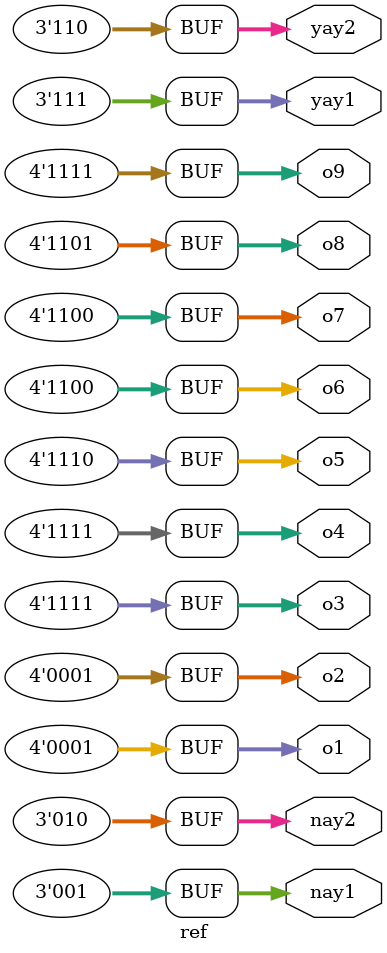
<source format=v>
module ref(o1, o2, o3, o4, o5, o6, o7, o8, o9, yay1, nay1, yay2, nay2);
	output wire [3:0] o1, o2, o3, o4, o5, o6, o7, o8, o9;
	assign o1 = 4'b0001;
	assign o2 = 4'b0001;
	assign o3 = 4'b1111;
	assign o4 = 4'b1111;
	assign o5 = 4'b1110;
	assign o6 = 4'b1100;
	assign o7 = 4'b1100;
	assign o8 = 4'b1101;
	assign o9 = 4'b1111;
	output wire [2:0] yay1, nay1;
	assign yay1 = 3'b111;
	assign nay1 = 3'b001;
	output wire [2:0] yay2, nay2;
	assign yay2 = 3'b110;
	assign nay2 = 3'b010;
endmodule
</source>
